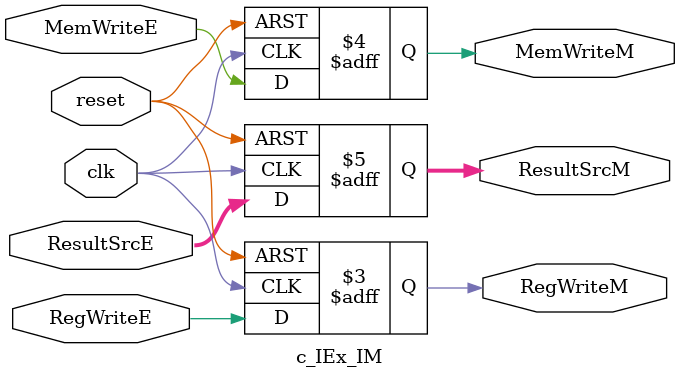
<source format=v>
module c_IEx_IM (input wire clk, reset,
                input wire RegWriteE, MemWriteE,
                input wire [1:0] ResultSrcE,  
                output reg RegWriteM, MemWriteM,
                output reg [1:0] ResultSrcM);

    always @( posedge clk or negedge reset ) begin
        if (!reset) begin
            RegWriteM <= 0;
            MemWriteM <= 0;
            ResultSrcM <= 0;
        end
        else begin
            RegWriteM <= RegWriteE;
            MemWriteM <= MemWriteE;
            ResultSrcM <= ResultSrcE; 
        end
        
    end

endmodule
</source>
